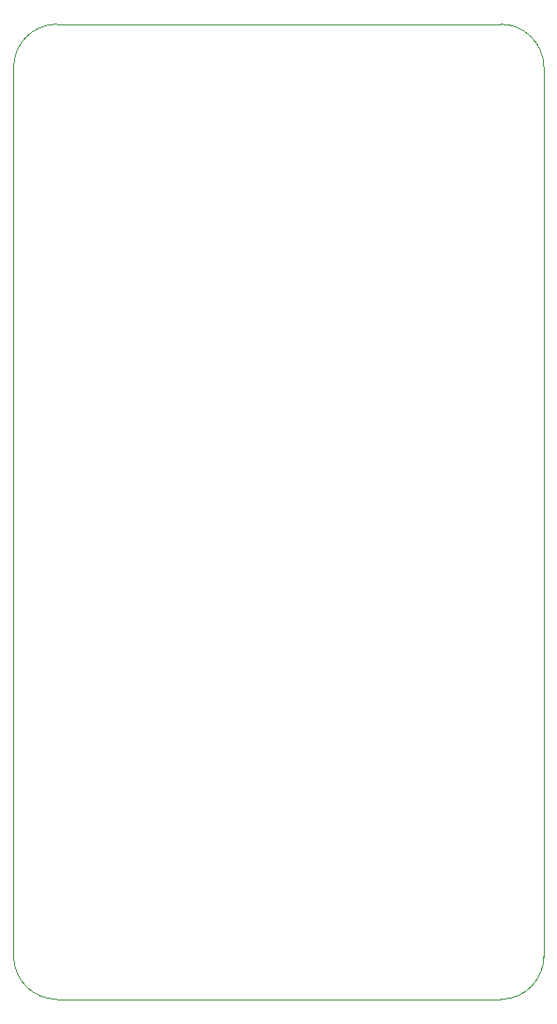
<source format=gko>
%TF.GenerationSoftware,KiCad,Pcbnew,4.0.7-e2-6376~58~ubuntu16.04.1*%
%TF.CreationDate,2018-07-18T10:10:47-07:00*%
%TF.ProjectId,6x11-NodeMCU-V2-Breakout,367831312D4E6F64654D43552D56322D,1.0*%
%TF.FileFunction,Profile,NP*%
%FSLAX46Y46*%
G04 Gerber Fmt 4.6, Leading zero omitted, Abs format (unit mm)*
G04 Created by KiCad (PCBNEW 4.0.7-e2-6376~58~ubuntu16.04.1) date Wed Jul 18 10:10:47 2018*
%MOMM*%
%LPD*%
G01*
G04 APERTURE LIST*
%ADD10C,0.350000*%
%ADD11C,0.060640*%
G04 APERTURE END LIST*
D10*
D11*
X81941400Y-21601600D02*
X41941400Y-21601600D01*
X41941400Y-109401600D02*
X81941400Y-109401600D01*
X85841400Y-105601600D02*
X85841400Y-25501600D01*
X85841394Y-25494793D02*
G75*
G03X81941400Y-21601600I-3899994J-6807D01*
G01*
X81941400Y-109401600D02*
G75*
G03X85841400Y-105501600I0J3900000D01*
G01*
X38041400Y-25501600D02*
X38041400Y-105501600D01*
X38041406Y-105508407D02*
G75*
G03X41941400Y-109401600I3899994J6807D01*
G01*
X41941400Y-21601600D02*
G75*
G03X38041400Y-25501600I0J-3900000D01*
G01*
M02*

</source>
